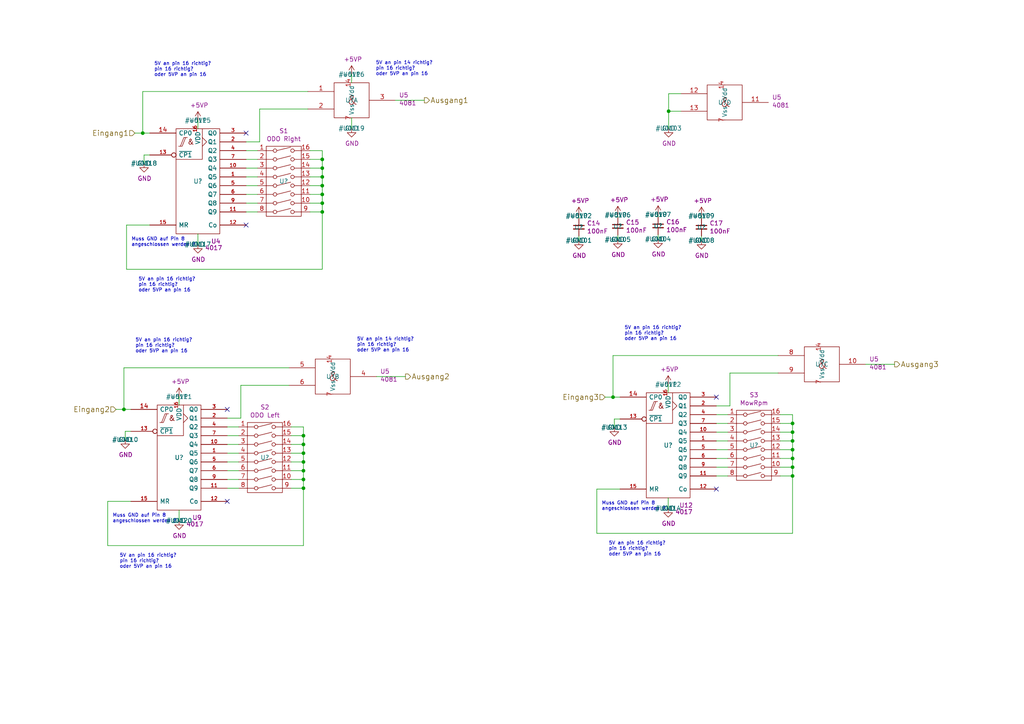
<source format=kicad_sch>
(kicad_sch (version 20200608) (host eeschema "(5.99.0-1946-g60915fbc7)")
  (page 18 33)
  (paper "A4")
  (title_block (date "2017-04-13") (company "ML AG JL UZ"))
  (lib_symbols
    (symbol "ardumower-mega-shield-svn-rescue:+5VP-RESCUE-ardumower_mega_shield_svn" (power) (pin_names (offset 0))
      (property "Wert" "+5VP-RESCUE-ardumower_mega_shield_svn" (at 0 3.556 0))
      (symbol "+5VP-RESCUE-ardumower_mega_shield_svn_0_1"
        (polyline (pts (xy -0.762 1.27) (xy 0 2.54)))
        (polyline (pts (xy 0 0) (xy 0 2.54)))
        (polyline (pts (xy 0 2.54) (xy 0.762 1.27)))
      )
      (symbol "+5VP-RESCUE-ardumower_mega_shield_svn_1_1"
        (pin power_in line (at 0 0 90) (length 0) hide (name "+5VP") (number "1"))
      )
    )
    (symbol "ardumower-mega-shield-svn-rescue:4017-RESCUE-ardumower_mega_shield_svn" (pin_names (offset 0.762))
      (property "Referenz" "U" (at 7.62 16.51 0))
      (property "Wert" "4017-RESCUE-ardumower_mega_shield_svn" (at 10.16 -16.51 0))
      (symbol "4017-RESCUE-ardumower_mega_shield_svn_0_0"
        (text "&" (at -2.032 11.43 0) (effects (font (size 1.524 1.524))))
        (polyline (pts (xy -5.588 10.16) (xy -4.572 10.16) (xy -3.556 12.7) (xy -3.048 12.7) (xy -4.064 12.7) (xy -5.08 10.16) (xy -5.08 10.16)))
        (pin power_in line (at 0 15.24 270) (length 0) (name "VDD") (number "16"))
        (pin power_in line (at 0 -15.24 90) (length 0) hide (name "VSS") (number "8"))
      )
      (symbol "4017-RESCUE-ardumower_mega_shield_svn_0_1"
        (rectangle (start -6.35 15.24) (end 6.35 -15.24))
        (polyline (pts (xy 1.27 12.7) (xy 2.54 11.43) (xy 1.27 10.16) (xy 1.27 10.16)))
        (polyline (pts (xy 1.27 15.24) (xy 1.27 6.35) (xy -6.35 6.35) (xy -6.35 6.35)))
      )
      (symbol "4017-RESCUE-ardumower_mega_shield_svn_1_1"
        (pin output line (at 13.97 1.27 180) (length 7.62) (name "Q5") (number "1"))
        (pin output line (at 13.97 3.81 180) (length 7.62) (name "Q4") (number "10"))
        (pin output line (at 13.97 -8.89 180) (length 7.62) (name "Q9") (number "11"))
        (pin output line (at 13.97 -12.7 180) (length 7.62) (name "Co") (number "12"))
        (pin input inverted (at -13.97 7.62 0) (length 7.62) (name "~CP1") (number "13"))
        (pin input line (at -13.97 13.97 0) (length 7.62) (name "CP0") (number "14"))
        (pin input line (at -13.97 -12.7 0) (length 7.62) (name "MR") (number "15"))
        (pin output line (at 13.97 11.43 180) (length 7.62) (name "Q1") (number "2"))
        (pin output line (at 13.97 13.97 180) (length 7.62) (name "Q0") (number "3"))
        (pin output line (at 13.97 8.89 180) (length 7.62) (name "Q2") (number "4"))
        (pin output line (at 13.97 -1.27 180) (length 7.62) (name "Q6") (number "5"))
        (pin output line (at 13.97 -3.81 180) (length 7.62) (name "Q7") (number "6"))
        (pin output line (at 13.97 6.35 180) (length 7.62) (name "Q3") (number "7"))
        (pin output line (at 13.97 -6.35 180) (length 7.62) (name "Q8") (number "9"))
      )
    )
    (symbol "ardumower-mega-shield-svn-rescue:4081-RESCUE-ardumower_mega_shield_svn" (pin_names (offset 0.762))
      (property "Referenz" "U" (at 2.54 6.35 0))
      (property "Wert" "4081-RESCUE-ardumower_mega_shield_svn" (at 6.35 -6.35 0))
      (symbol "4081-RESCUE-ardumower_mega_shield_svn_0_0"
        (text "&" (at 0.254 0 0) (effects (font (size 2.54 2.54))))
        (rectangle (start -5.08 5.08) (end 5.08 -5.08))
        (pin power_in line (at 0 5.08 270) (length 0) (name "Vdd") (number "14"))
        (pin power_in line (at 0 -5.08 90) (length 0) (name "Vss") (number "7"))
      )
      (symbol "4081-RESCUE-ardumower_mega_shield_svn_1_1"
        (pin input line (at -12.7 2.54 0) (length 7.62) (name "~") (number "1"))
        (pin input line (at -12.7 -2.54 0) (length 7.62) (name "~") (number "2"))
        (pin output line (at 12.7 0 180) (length 7.62) (name "~") (number "3"))
      )
      (symbol "4081-RESCUE-ardumower_mega_shield_svn_2_1"
        (pin output line (at 12.7 0 180) (length 7.62) (name "~") (number "4"))
        (pin input line (at -12.7 2.54 0) (length 7.62) (name "~") (number "5"))
        (pin input line (at -12.7 -2.54 0) (length 7.62) (name "~") (number "6"))
      )
      (symbol "4081-RESCUE-ardumower_mega_shield_svn_3_1"
        (pin output line (at 12.7 0 180) (length 7.62) (name "~") (number "10"))
        (pin input line (at -12.7 2.54 0) (length 7.62) (name "~") (number "8"))
        (pin input line (at -12.7 -2.54 0) (length 7.62) (name "~") (number "9"))
      )
      (symbol "4081-RESCUE-ardumower_mega_shield_svn_4_1"
        (pin output line (at 12.7 0 180) (length 7.62) (name "~") (number "11"))
        (pin input line (at -12.7 2.54 0) (length 7.62) (name "~") (number "12"))
        (pin input line (at -12.7 -2.54 0) (length 7.62) (name "~") (number "13"))
      )
    )
    (symbol "ardumower-mega-shield-svn-rescue:C_Small-RESCUE-ardumower_mega_shield_svn" (pin_numbers hide) (pin_names (offset 0.254) hide)
      (property "Referenz" "C" (at 0.254 1.778 0))
      (property "Wert" "C_Small-RESCUE-ardumower_mega_shield_svn" (at 0.254 -2.032 0))
      (symbol "C_Small-RESCUE-ardumower_mega_shield_svn_0_1"
        (polyline (pts (xy -1.524 -0.508) (xy 1.524 -0.508)) (stroke (width 0.3302)))
        (polyline (pts (xy -1.524 0.508) (xy 1.524 0.508)) (stroke (width 0.3048)))
      )
      (symbol "C_Small-RESCUE-ardumower_mega_shield_svn_1_1"
        (pin passive line (at 0 2.54 270) (length 2.032) (name "~") (number "1"))
        (pin passive line (at 0 -2.54 90) (length 2.032) (name "~") (number "2"))
      )
    )
    (symbol "ardumower-mega-shield-svn-rescue:GND-RESCUE-ardumower_mega_shield_svn" (power) (pin_names (offset 0))
      (property "Wert" "GND-RESCUE-ardumower_mega_shield_svn" (at 0 -3.81 0))
      (symbol "GND-RESCUE-ardumower_mega_shield_svn_0_1"
        (polyline (pts (xy 0 0) (xy 0 -1.27) (xy 1.27 -1.27) (xy 0 -2.54) (xy -1.27 -1.27) (xy 0 -1.27)))
      )
      (symbol "GND-RESCUE-ardumower_mega_shield_svn_1_1"
        (pin power_in line (at 0 0 270) (length 0) hide (name "GND") (number "1"))
      )
    )
    (symbol "ardumower-mega-shield-svn-rescue:SW_DIP_x8-RESCUE-ardumower_mega_shield_svn"
      (property "Referenz" "S" (at 0 -11.43 0))
      (property "Wert" "SW_DIP_x8-RESCUE-ardumower_mega_shield_svn" (at 0 11.43 0))
      (symbol "SW_DIP_x8-RESCUE-ardumower_mega_shield_svn_0_1"
        (circle (center -2.54 -8.89) (radius 0.508))
        (circle (center -2.54 -6.35) (radius 0.508))
        (circle (center -2.54 -3.81) (radius 0.508))
        (circle (center -2.54 -1.27) (radius 0.508))
        (circle (center -2.54 1.27) (radius 0.508))
        (circle (center -2.54 3.81) (radius 0.508))
        (circle (center -2.54 6.35) (radius 0.508))
        (circle (center -2.54 8.89) (radius 0.508))
        (circle (center 2.54 -8.89) (radius 0.508))
        (circle (center 2.54 -6.35) (radius 0.508))
        (circle (center 2.54 -3.81) (radius 0.508))
        (circle (center 2.54 -1.27) (radius 0.508))
        (circle (center 2.54 1.27) (radius 0.508))
        (circle (center 2.54 3.81) (radius 0.508))
        (circle (center 2.54 6.35) (radius 0.508))
        (circle (center 2.54 8.89) (radius 0.508))
        (rectangle (start -5.08 10.16) (end 5.08 -10.16))
        (polyline (pts (xy -3.048 -8.89) (xy -5.08 -8.89)))
        (polyline (pts (xy -3.048 -6.35) (xy -5.08 -6.35)))
        (polyline (pts (xy -3.048 -3.81) (xy -5.08 -3.81)))
        (polyline (pts (xy -3.048 -1.27) (xy -5.08 -1.27)))
        (polyline (pts (xy -3.048 1.27) (xy -5.08 1.27)))
        (polyline (pts (xy -3.048 3.81) (xy -5.08 3.81)))
        (polyline (pts (xy -3.048 6.35) (xy -5.08 6.35)))
        (polyline (pts (xy -3.048 8.89) (xy -5.08 8.89)))
        (polyline (pts (xy -2.032 -8.89) (xy 2.032 -7.874)))
        (polyline (pts (xy -2.032 -6.35) (xy 2.032 -5.334)))
        (polyline (pts (xy -2.032 -3.81) (xy 2.032 -2.794)))
        (polyline (pts (xy -2.032 -1.27) (xy 2.032 -0.254)))
        (polyline (pts (xy -2.032 1.27) (xy 2.032 2.286)))
        (polyline (pts (xy -2.032 3.81) (xy 2.032 4.826)))
        (polyline (pts (xy -2.032 6.35) (xy 2.032 7.366)))
        (polyline (pts (xy -2.032 8.89) (xy 2.032 9.906)))
        (polyline (pts (xy 3.048 -8.89) (xy 5.08 -8.89)))
        (polyline (pts (xy 3.048 -6.35) (xy 5.08 -6.35)))
        (polyline (pts (xy 3.048 -3.81) (xy 5.08 -3.81)))
        (polyline (pts (xy 3.048 -1.27) (xy 5.08 -1.27)))
        (polyline (pts (xy 3.048 1.27) (xy 5.08 1.27)))
        (polyline (pts (xy 3.048 3.81) (xy 5.08 3.81)))
        (polyline (pts (xy 3.048 6.35) (xy 5.08 6.35)))
        (polyline (pts (xy 3.048 8.89) (xy 5.08 8.89)))
      )
      (symbol "SW_DIP_x8-RESCUE-ardumower_mega_shield_svn_1_1"
        (pin passive line (at -7.62 8.89 0) (length 2.54) (name "~") (number "1"))
        (pin passive line (at 7.62 -6.35 180) (length 2.54) (name "~") (number "10"))
        (pin passive line (at 7.62 -3.81 180) (length 2.54) (name "~") (number "11"))
        (pin passive line (at 7.62 -1.27 180) (length 2.54) (name "~") (number "12"))
        (pin passive line (at 7.62 1.27 180) (length 2.54) (name "~") (number "13"))
        (pin passive line (at 7.62 3.81 180) (length 2.54) (name "~") (number "14"))
        (pin passive line (at 7.62 6.35 180) (length 2.54) (name "~") (number "15"))
        (pin passive line (at 7.62 8.89 180) (length 2.54) (name "~") (number "16"))
        (pin passive line (at -7.62 6.35 0) (length 2.54) (name "~") (number "2"))
        (pin passive line (at -7.62 3.81 0) (length 2.54) (name "~") (number "3"))
        (pin passive line (at -7.62 1.27 0) (length 2.54) (name "~") (number "4"))
        (pin passive line (at -7.62 -1.27 0) (length 2.54) (name "~") (number "5"))
        (pin passive line (at -7.62 -3.81 0) (length 2.54) (name "~") (number "6"))
        (pin passive line (at -7.62 -6.35 0) (length 2.54) (name "~") (number "7"))
        (pin passive line (at -7.62 -8.89 0) (length 2.54) (name "~") (number "8"))
        (pin passive line (at 7.62 -8.89 180) (length 2.54) (name "~") (number "9"))
      )
    )
  )
  (junction (at 35.941 118.745))
  (junction (at 41.402 38.608))
  (junction (at 88.011 126.365))
  (junction (at 88.011 128.905))
  (junction (at 88.011 131.445))
  (junction (at 88.011 133.985))
  (junction (at 88.011 136.525))
  (junction (at 88.011 139.065))
  (junction (at 88.011 141.605))
  (junction (at 93.472 46.228))
  (junction (at 93.472 48.768))
  (junction (at 93.472 51.308))
  (junction (at 93.472 53.848))
  (junction (at 93.472 56.388))
  (junction (at 93.472 58.928))
  (junction (at 93.472 61.468))
  (junction (at 177.8 115.189))
  (junction (at 193.929 32.258))
  (junction (at 229.87 122.809))
  (junction (at 229.87 125.349))
  (junction (at 229.87 127.889))
  (junction (at 229.87 130.429))
  (junction (at 229.87 132.969))
  (junction (at 229.87 135.509))
  (junction (at 229.87 138.049))
  (no_connect (at 71.374 65.278))
  (no_connect (at 207.772 141.859))
  (no_connect (at 71.374 38.608))
  (no_connect (at 65.913 145.415))
  (no_connect (at 65.913 118.745))
  (no_connect (at 207.772 115.189))
  (wire (pts (xy 31.242 145.415) (xy 37.973 145.415)))
  (wire (pts (xy 31.242 158.242) (xy 31.242 145.415)))
  (wire (pts (xy 33.655 118.745) (xy 35.941 118.745)))
  (wire (pts (xy 35.941 106.68) (xy 35.941 118.745)))
  (wire (pts (xy 35.941 118.745) (xy 37.973 118.745)))
  (wire (pts (xy 36.322 125.095) (xy 37.973 125.095)))
  (wire (pts (xy 36.322 127.508) (xy 36.322 125.095)))
  (wire (pts (xy 36.703 65.278) (xy 43.434 65.278)))
  (wire (pts (xy 36.703 78.105) (xy 36.703 65.278)))
  (wire (pts (xy 39.116 38.608) (xy 41.402 38.608)))
  (wire (pts (xy 41.402 26.543) (xy 41.402 38.608)))
  (wire (pts (xy 41.402 38.608) (xy 43.434 38.608)))
  (wire (pts (xy 41.783 44.958) (xy 43.434 44.958)))
  (wire (pts (xy 41.783 47.371) (xy 41.783 44.958)))
  (wire (pts (xy 51.943 117.475) (xy 51.943 115.062)))
  (wire (pts (xy 51.943 151.003) (xy 51.943 147.955)))
  (wire (pts (xy 57.404 37.338) (xy 57.404 34.925)))
  (wire (pts (xy 57.404 70.866) (xy 57.404 67.818)))
  (wire (pts (xy 65.913 123.825) (xy 69.215 123.825)))
  (wire (pts (xy 65.913 126.365) (xy 69.215 126.365)))
  (wire (pts (xy 65.913 128.905) (xy 69.215 128.905)))
  (wire (pts (xy 65.913 131.445) (xy 69.215 131.445)))
  (wire (pts (xy 65.913 133.985) (xy 69.215 133.985)))
  (wire (pts (xy 65.913 136.525) (xy 69.215 136.525)))
  (wire (pts (xy 65.913 139.065) (xy 69.215 139.065)))
  (wire (pts (xy 65.913 141.605) (xy 69.215 141.605)))
  (wire (pts (xy 69.85 111.76) (xy 69.85 121.285)))
  (wire (pts (xy 69.85 111.76) (xy 83.82 111.76)))
  (wire (pts (xy 69.85 121.285) (xy 65.913 121.285)))
  (wire (pts (xy 71.374 43.688) (xy 74.676 43.688)))
  (wire (pts (xy 71.374 46.228) (xy 74.676 46.228)))
  (wire (pts (xy 71.374 48.768) (xy 74.676 48.768)))
  (wire (pts (xy 71.374 51.308) (xy 74.676 51.308)))
  (wire (pts (xy 71.374 53.848) (xy 74.676 53.848)))
  (wire (pts (xy 71.374 56.388) (xy 74.676 56.388)))
  (wire (pts (xy 71.374 58.928) (xy 74.676 58.928)))
  (wire (pts (xy 71.374 61.468) (xy 74.676 61.468)))
  (wire (pts (xy 75.311 31.623) (xy 75.311 41.148)))
  (wire (pts (xy 75.311 31.623) (xy 89.281 31.623)))
  (wire (pts (xy 75.311 41.148) (xy 71.374 41.148)))
  (wire (pts (xy 83.82 106.68) (xy 35.941 106.68)))
  (wire (pts (xy 84.455 123.825) (xy 88.011 123.825)))
  (wire (pts (xy 84.455 126.365) (xy 88.011 126.365)))
  (wire (pts (xy 84.455 128.905) (xy 88.011 128.905)))
  (wire (pts (xy 84.455 131.445) (xy 88.011 131.445)))
  (wire (pts (xy 84.455 133.985) (xy 88.011 133.985)))
  (wire (pts (xy 84.455 136.525) (xy 88.011 136.525)))
  (wire (pts (xy 84.455 139.065) (xy 88.011 139.065)))
  (wire (pts (xy 84.455 141.605) (xy 88.011 141.605)))
  (wire (pts (xy 88.011 123.825) (xy 88.011 126.365)))
  (wire (pts (xy 88.011 126.365) (xy 88.011 128.905)))
  (wire (pts (xy 88.011 128.905) (xy 88.011 131.445)))
  (wire (pts (xy 88.011 131.445) (xy 88.011 133.985)))
  (wire (pts (xy 88.011 133.985) (xy 88.011 136.525)))
  (wire (pts (xy 88.011 136.525) (xy 88.011 139.065)))
  (wire (pts (xy 88.011 139.065) (xy 88.011 141.605)))
  (wire (pts (xy 88.011 141.605) (xy 88.011 158.242)))
  (wire (pts (xy 88.011 158.242) (xy 31.242 158.242)))
  (wire (pts (xy 89.281 26.543) (xy 41.402 26.543)))
  (wire (pts (xy 89.916 46.228) (xy 93.472 46.228)))
  (wire (pts (xy 89.916 48.768) (xy 93.472 48.768)))
  (wire (pts (xy 89.916 51.308) (xy 93.472 51.308)))
  (wire (pts (xy 89.916 53.848) (xy 93.472 53.848)))
  (wire (pts (xy 89.916 56.388) (xy 93.472 56.388)))
  (wire (pts (xy 89.916 58.928) (xy 93.472 58.928)))
  (wire (pts (xy 89.916 61.468) (xy 93.472 61.468)))
  (wire (pts (xy 93.472 43.688) (xy 89.916 43.688)))
  (wire (pts (xy 93.472 43.688) (xy 93.472 46.228)))
  (wire (pts (xy 93.472 46.228) (xy 93.472 48.768)))
  (wire (pts (xy 93.472 48.768) (xy 93.472 51.308)))
  (wire (pts (xy 93.472 51.308) (xy 93.472 53.848)))
  (wire (pts (xy 93.472 53.848) (xy 93.472 56.388)))
  (wire (pts (xy 93.472 56.388) (xy 93.472 58.928)))
  (wire (pts (xy 93.472 58.928) (xy 93.472 61.468)))
  (wire (pts (xy 93.472 61.468) (xy 93.472 78.105)))
  (wire (pts (xy 93.472 78.105) (xy 36.703 78.105)))
  (wire (pts (xy 101.981 24.003) (xy 101.981 21.59)))
  (wire (pts (xy 101.981 37.211) (xy 101.981 34.163)))
  (wire (pts (xy 109.22 109.22) (xy 117.602 109.22)))
  (wire (pts (xy 114.681 29.083) (xy 123.063 29.083)))
  (wire (pts (xy 167.894 63.373) (xy 167.894 62.611)))
  (wire (pts (xy 167.894 69.723) (xy 167.894 68.453)))
  (wire (pts (xy 173.101 141.859) (xy 179.832 141.859)))
  (wire (pts (xy 173.101 154.686) (xy 173.101 141.859)))
  (wire (pts (xy 175.514 115.189) (xy 177.8 115.189)))
  (wire (pts (xy 177.8 103.124) (xy 177.8 115.189)))
  (wire (pts (xy 177.8 115.189) (xy 179.832 115.189)))
  (wire (pts (xy 178.181 121.539) (xy 179.832 121.539)))
  (wire (pts (xy 178.181 123.952) (xy 178.181 121.539)))
  (wire (pts (xy 179.197 63.119) (xy 179.197 62.357)))
  (wire (pts (xy 179.197 69.469) (xy 179.197 68.199)))
  (wire (pts (xy 190.881 62.992) (xy 190.881 62.23)))
  (wire (pts (xy 190.881 69.342) (xy 190.881 68.072)))
  (wire (pts (xy 193.802 113.919) (xy 193.802 111.506)))
  (wire (pts (xy 193.802 147.447) (xy 193.802 144.399)))
  (wire (pts (xy 193.929 27.178) (xy 193.929 32.258)))
  (wire (pts (xy 193.929 27.178) (xy 197.485 27.178)))
  (wire (pts (xy 193.929 32.258) (xy 193.929 37.211)))
  (wire (pts (xy 197.485 32.258) (xy 193.929 32.258)))
  (wire (pts (xy 203.454 63.373) (xy 203.454 62.611)))
  (wire (pts (xy 203.454 69.723) (xy 203.454 68.453)))
  (wire (pts (xy 207.772 120.269) (xy 211.074 120.269)))
  (wire (pts (xy 207.772 122.809) (xy 211.074 122.809)))
  (wire (pts (xy 207.772 125.349) (xy 211.074 125.349)))
  (wire (pts (xy 207.772 127.889) (xy 211.074 127.889)))
  (wire (pts (xy 207.772 130.429) (xy 211.074 130.429)))
  (wire (pts (xy 207.772 132.969) (xy 211.074 132.969)))
  (wire (pts (xy 207.772 135.509) (xy 211.074 135.509)))
  (wire (pts (xy 207.772 138.049) (xy 211.074 138.049)))
  (wire (pts (xy 211.709 108.204) (xy 211.709 117.729)))
  (wire (pts (xy 211.709 108.204) (xy 225.679 108.204)))
  (wire (pts (xy 211.709 117.729) (xy 207.772 117.729)))
  (wire (pts (xy 225.679 103.124) (xy 177.8 103.124)))
  (wire (pts (xy 226.314 120.269) (xy 229.87 120.269)))
  (wire (pts (xy 226.314 122.809) (xy 229.87 122.809)))
  (wire (pts (xy 226.314 125.349) (xy 229.87 125.349)))
  (wire (pts (xy 226.314 127.889) (xy 229.87 127.889)))
  (wire (pts (xy 226.314 130.429) (xy 229.87 130.429)))
  (wire (pts (xy 226.314 132.969) (xy 229.87 132.969)))
  (wire (pts (xy 226.314 135.509) (xy 229.87 135.509)))
  (wire (pts (xy 226.314 138.049) (xy 229.87 138.049)))
  (wire (pts (xy 229.87 120.269) (xy 229.87 122.809)))
  (wire (pts (xy 229.87 122.809) (xy 229.87 125.349)))
  (wire (pts (xy 229.87 125.349) (xy 229.87 127.889)))
  (wire (pts (xy 229.87 127.889) (xy 229.87 130.429)))
  (wire (pts (xy 229.87 130.429) (xy 229.87 132.969)))
  (wire (pts (xy 229.87 132.969) (xy 229.87 135.509)))
  (wire (pts (xy 229.87 135.509) (xy 229.87 138.049)))
  (wire (pts (xy 229.87 138.049) (xy 229.87 154.686)))
  (wire (pts (xy 229.87 154.686) (xy 173.101 154.686)))
  (wire (pts (xy 251.079 105.664) (xy 259.461 105.664)))
  (image (at -114.935 43.815) (scale 2))
  (text "achte auf die gehäuse formen bei dem teiler\ndie gibt es in zwei ausführungen\n am besten schaust du bei schukat \nwas die haben das bekommen wir dann überall \nwww.schukat.de" (at -116.332 -19.685 0) (effects (font (size 5.0038 5.0038)) (justify left bottom)))
  (text "Muss GND auf Pin 8 \nangeschlossen werden ?" (at 32.639 151.765 0) (effects (font (size 0.9906 0.9906)) (justify left bottom)))
  (text "5V an pin 16 richtig?\npin 16 richtig?\noder 5VP an pin 16" (at 34.671 164.973 0) (effects (font (size 0.9906 0.9906)) (justify left bottom)))
  (text "Muss GND auf Pin 8 \nangeschlossen werden ?" (at 38.1 71.628 0) (effects (font (size 0.9906 0.9906)) (justify left bottom)))
  (text "5V an pin 16 richtig?\npin 16 richtig?\noder 5VP an pin 16" (at 39.243 102.489 0) (effects (font (size 0.9906 0.9906)) (justify left bottom)))
  (text "5V an pin 16 richtig?\npin 16 richtig?\noder 5VP an pin 16" (at 40.132 84.836 0) (effects (font (size 0.9906 0.9906)) (justify left bottom)))
  (text "5V an pin 16 richtig?\npin 16 richtig?\noder 5VP an pin 16" (at 44.704 22.352 0) (effects (font (size 0.9906 0.9906)) (justify left bottom)))
  (text "5V an pin 14 richtig?\npin 16 richtig?\noder 5VP an pin 16" (at 103.505 102.235 0) (effects (font (size 0.9906 0.9906)) (justify left bottom)))
  (text "5V an pin 14 richtig?\npin 16 richtig?\noder 5VP an pin 16" (at 108.966 22.098 0) (effects (font (size 0.9906 0.9906)) (justify left bottom)))
  (text "Muss GND auf Pin 8 \nangeschlossen werden ?" (at 174.498 148.209 0) (effects (font (size 0.9906 0.9906)) (justify left bottom)))
  (text "5V an pin 16 richtig?\npin 16 richtig?\noder 5VP an pin 16" (at 176.53 161.417 0) (effects (font (size 0.9906 0.9906)) (justify left bottom)))
  (text "5V an pin 16 richtig?\npin 16 richtig?\noder 5VP an pin 16" (at 181.102 98.933 0) (effects (font (size 0.9906 0.9906)) (justify left bottom)))
  (text "[22:56:35 | Bearbeitet 22:58:38] Jürgen Lange: @uwe hier der teiler kann noch verfeinert werden und du brauchst die mimik 2x also den 4017 x2 und ein und gatter vom 4081 zusätzlich damit sind dann noch zwei übrig die arbeiten dann als or durch die negative logik timing-probleme werden so vermieden und die signale sin im sync \n[22:59:19] Kurzschuss - Uwe: sekunde diese Schaltung also mal 4\n[23:00:01] Kurzschuss - Uwe: wir haben ja 4 Odemetrie Pins\n[23:00:34] Jürgen Lange: natürlich wie immer die 100nF block nicht vergessen und beachten hinten hast du 5v pegel da muss man also noch was machen............................. ne die schaltung eigentlich nur 2x oder 3 mal wenn du den mäh-motor auch so machen möchtest\n[23:01:44 | Bearbeitet 23:05:06] Jürgen Lange: wir brauchen nur einen pro motor oneway die richtung kann uns wurst sein und vergesse die pullup nicht am eingang die werden trotzdem gebraucht\n[23:01:52 | Bearbeitet 23:02:17] Kurzschuss - Uwe: Also werten wir bei der Odemetrie nicht mehr two way aus sondern nur noch One way?\n[23:02:43] Kurzschuss - Uwe: wir haben ja bei unseren Motoren vor und Rückwärsts\n[23:03:20] Jürgen Lange: das ist ein dekadenzähler schau dir das datenblatt an dann kommst du sicher drauf\n[23:03:47] Kurzschuss - Uwe: okay\n[23:04:16] Jürgen Lange: die richtung kommt von der software wozu sollen wir das auswerten alexander weiß doch wo er hinfährt sind nur unnötige ints\n[23:05:40] Kurzschuss - Uwe: Dann hätten wir wider 2Pins mehr frei :)\n[23:08:58] Kurzschuss - Uwe: braucht der 4017 keine ´5V" (at 319.913 79.375 0) (effects (font (size 1.524 1.524)) (justify left bottom)))
  (hierarchical_label "Eingang2" (shape input) (at 33.655 118.745 180) (effects (font (size 1.524 1.524))))
  (hierarchical_label "Eingang1" (shape input) (at 39.116 38.608 180) (effects (font (size 1.524 1.524))))
  (hierarchical_label "Ausgang2" (shape output) (at 117.602 109.22 0) (effects (font (size 1.524 1.524))))
  (hierarchical_label "Ausgang1" (shape output) (at 123.063 29.083 0) (effects (font (size 1.524 1.524))))
  (hierarchical_label "Eingang3" (shape input) (at 175.514 115.189 180) (effects (font (size 1.524 1.524))))
  (hierarchical_label "Ausgang3" (shape output) (at 259.461 105.664 0) (effects (font (size 1.524 1.524))))
  (symbol (lib_id "ardumower-mega-shield-svn-rescue:+5VP-RESCUE-ardumower_mega_shield_svn") (at 51.943 115.062 0) (unit 1)
    (property "Referenz" "#PWR0148" (effects hide))
    (property "Wert" "+5VP" (at 52.324 110.6678 0))
  )
  (symbol (lib_id "ardumower-mega-shield-svn-rescue:+5VP-RESCUE-ardumower_mega_shield_svn") (at 57.404 34.925 0) (unit 1)
    (property "Referenz" "#PWR0147" (effects hide))
    (property "Wert" "+5VP" (at 57.785 30.5308 0))
  )
  (symbol (lib_id "ardumower-mega-shield-svn-rescue:+5VP-RESCUE-ardumower_mega_shield_svn") (at 101.981 21.59 0) (unit 1)
    (property "Referenz" "#PWR0146" (effects hide))
    (property "Wert" "+5VP" (at 102.362 17.1958 0))
  )
  (symbol (lib_id "ardumower-mega-shield-svn-rescue:+5VP-RESCUE-ardumower_mega_shield_svn") (at 167.894 62.611 0) (unit 1)
    (property "Referenz" "#PWR0154" (effects hide))
    (property "Wert" "+5VP" (at 168.275 58.2168 0))
  )
  (symbol (lib_id "ardumower-mega-shield-svn-rescue:+5VP-RESCUE-ardumower_mega_shield_svn") (at 179.197 62.357 0) (unit 1)
    (property "Referenz" "#PWR0150" (effects hide))
    (property "Wert" "+5VP" (at 179.578 57.9628 0))
  )
  (symbol (lib_id "ardumower-mega-shield-svn-rescue:+5VP-RESCUE-ardumower_mega_shield_svn") (at 190.881 62.23 0) (unit 1)
    (property "Referenz" "#PWR0152" (effects hide))
    (property "Wert" "+5VP" (at 191.262 57.8358 0))
  )
  (symbol (lib_id "ardumower-mega-shield-svn-rescue:+5VP-RESCUE-ardumower_mega_shield_svn") (at 193.802 111.506 0) (unit 1)
    (property "Referenz" "#PWR0149" (effects hide))
    (property "Wert" "+5VP" (at 194.183 107.1118 0))
  )
  (symbol (lib_id "ardumower-mega-shield-svn-rescue:+5VP-RESCUE-ardumower_mega_shield_svn") (at 203.454 62.611 0) (unit 1)
    (property "Referenz" "#PWR0156" (effects hide))
    (property "Wert" "+5VP" (at 203.835 58.2168 0))
  )
  (symbol (lib_id "ardumower-mega-shield-svn-rescue:GND-RESCUE-ardumower_mega_shield_svn") (at 36.322 127.508 0) (unit 1)
    (property "Referenz" "#PWR0142" (effects hide))
    (property "Wert" "GND" (at 36.449 131.9022 0))
  )
  (symbol (lib_id "ardumower-mega-shield-svn-rescue:GND-RESCUE-ardumower_mega_shield_svn") (at 41.783 47.371 0) (unit 1)
    (property "Referenz" "#PWR0138" (effects hide))
    (property "Wert" "GND" (at 41.91 51.7652 0))
  )
  (symbol (lib_id "ardumower-mega-shield-svn-rescue:GND-RESCUE-ardumower_mega_shield_svn") (at 51.943 151.003 0) (unit 1)
    (property "Referenz" "#PWR0143" (effects hide))
    (property "Wert" "GND" (at 52.07 155.3972 0))
  )
  (symbol (lib_id "ardumower-mega-shield-svn-rescue:GND-RESCUE-ardumower_mega_shield_svn") (at 57.404 70.866 0) (unit 1)
    (property "Referenz" "#PWR0139" (effects hide))
    (property "Wert" "GND" (at 57.531 75.2602 0))
  )
  (symbol (lib_id "ardumower-mega-shield-svn-rescue:GND-RESCUE-ardumower_mega_shield_svn") (at 101.981 37.211 0) (unit 1)
    (property "Referenz" "#PWR0141" (effects hide))
    (property "Wert" "GND" (at 102.108 41.6052 0))
  )
  (symbol (lib_id "ardumower-mega-shield-svn-rescue:GND-RESCUE-ardumower_mega_shield_svn") (at 167.894 69.723 0) (unit 1)
    (property "Referenz" "#PWR0155" (effects hide))
    (property "Wert" "GND" (at 168.021 74.1172 0))
  )
  (symbol (lib_id "ardumower-mega-shield-svn-rescue:GND-RESCUE-ardumower_mega_shield_svn") (at 178.181 123.952 0) (unit 1)
    (property "Referenz" "#PWR0144" (effects hide))
    (property "Wert" "GND" (at 178.308 128.3462 0))
  )
  (symbol (lib_id "ardumower-mega-shield-svn-rescue:GND-RESCUE-ardumower_mega_shield_svn") (at 179.197 69.469 0) (unit 1)
    (property "Referenz" "#PWR0151" (effects hide))
    (property "Wert" "GND" (at 179.324 73.8632 0))
  )
  (symbol (lib_id "ardumower-mega-shield-svn-rescue:GND-RESCUE-ardumower_mega_shield_svn") (at 190.881 69.342 0) (unit 1)
    (property "Referenz" "#PWR0153" (effects hide))
    (property "Wert" "GND" (at 191.008 73.7362 0))
  )
  (symbol (lib_id "ardumower-mega-shield-svn-rescue:GND-RESCUE-ardumower_mega_shield_svn") (at 193.802 147.447 0) (unit 1)
    (property "Referenz" "#PWR0145" (effects hide))
    (property "Wert" "GND" (at 193.929 151.8412 0))
  )
  (symbol (lib_id "ardumower-mega-shield-svn-rescue:GND-RESCUE-ardumower_mega_shield_svn") (at 193.929 37.211 0) (unit 1)
    (property "Referenz" "#PWR0140" (effects hide))
    (property "Wert" "GND" (at 194.056 41.6052 0))
  )
  (symbol (lib_id "ardumower-mega-shield-svn-rescue:GND-RESCUE-ardumower_mega_shield_svn") (at 203.454 69.723 0) (unit 1)
    (property "Referenz" "#PWR0157" (effects hide))
    (property "Wert" "GND" (at 203.581 74.1172 0))
  )
  (symbol (lib_id "ardumower-mega-shield-svn-rescue:C_Small-RESCUE-ardumower_mega_shield_svn") (at 167.894 65.913 0) (unit 1)
    (property "Referenz" "C14" (at 170.2308 64.7446 0) (effects (justify left)))
    (property "Wert" "100nF" (at 170.2308 67.056 0) (effects (justify left)))
    (property "Footprint" "Capacitors_SMD:C_0805" (effects hide))
    (property "Gehäuseart" "Value" (effects hide))
    (property "Bestelllink" "Value" (effects hide))
    (property "Technische Daten" "Value" (effects hide))
    (property "Bestellnummer" "Value" (effects hide))
    (property "Bauform" "Value" (effects hide))
  )
  (symbol (lib_id "ardumower-mega-shield-svn-rescue:C_Small-RESCUE-ardumower_mega_shield_svn") (at 179.197 65.659 0) (unit 1)
    (property "Referenz" "C15" (at 181.5338 64.4906 0) (effects (justify left)))
    (property "Wert" "100nF" (at 181.5338 66.802 0) (effects (justify left)))
    (property "Footprint" "Capacitors_SMD:C_0805" (effects hide))
    (property "Gehäuseart" "Value" (effects hide))
    (property "Bestelllink" "Value" (effects hide))
    (property "Technische Daten" "Value" (effects hide))
    (property "Bestellnummer" "Value" (effects hide))
    (property "Bauform" "Value" (effects hide))
  )
  (symbol (lib_id "ardumower-mega-shield-svn-rescue:C_Small-RESCUE-ardumower_mega_shield_svn") (at 190.881 65.532 0) (unit 1)
    (property "Referenz" "C16" (at 193.2178 64.3636 0) (effects (justify left)))
    (property "Wert" "100nF" (at 193.2178 66.675 0) (effects (justify left)))
    (property "Footprint" "Capacitors_SMD:C_0805" (effects hide))
    (property "Gehäuseart" "Value" (effects hide))
    (property "Bestelllink" "Value" (effects hide))
    (property "Technische Daten" "Value" (effects hide))
    (property "Bestellnummer" "Value" (effects hide))
    (property "Bauform" "Value" (effects hide))
  )
  (symbol (lib_id "ardumower-mega-shield-svn-rescue:C_Small-RESCUE-ardumower_mega_shield_svn") (at 203.454 65.913 0) (unit 1)
    (property "Referenz" "C17" (at 205.7908 64.7446 0) (effects (justify left)))
    (property "Wert" "100nF" (at 205.7908 67.056 0) (effects (justify left)))
    (property "Footprint" "Capacitors_SMD:C_0805" (effects hide))
    (property "Gehäuseart" "Value" (effects hide))
    (property "Bestelllink" "Value" (effects hide))
    (property "Technische Daten" "Value" (effects hide))
    (property "Bestellnummer" "Value" (effects hide))
    (property "Bauform" "Value" (effects hide))
  )
  (symbol (lib_id "ardumower-mega-shield-svn-rescue:4081-RESCUE-ardumower_mega_shield_svn") (at 96.52 109.22 0) (unit 2)
    (property "Referenz" "U5" (at 110.2614 107.7214 0) (effects (justify left)))
    (property "Wert" "4081" (at 110.2614 110.0328 0) (effects (justify left)))
    (property "Footprint" "40xx:40xx-SO14" (effects hide))
    (property "Gehäuseart" "Value" (effects hide))
    (property "Bestelllink" "https://www.reichelt.de/ICs-C-MOS-SMD/SMD-4081/3/index.html?ACTION=3&LA=446&ARTICLE=18495&GROUPID=2925&artnr=SMD+4081&SEARCH=4081" (effects hide))
    (property "Technische Daten" "Value" (effects hide))
    (property "Bestellnummer" "Value" (effects hide))
    (property "Bauform" "Value" (effects hide))
    (property "Funktion" "Value" (effects hide))
    (property "Hersteller" "Value" (effects hide))
    (property "Hersteller Bestellnummer" "Value" (effects hide))
  )
  (symbol (lib_id "ardumower-mega-shield-svn-rescue:4081-RESCUE-ardumower_mega_shield_svn") (at 101.981 29.083 0) (unit 1)
    (property "Referenz" "U5" (at 115.7224 27.5844 0) (effects (justify left)))
    (property "Wert" "4081" (at 115.7224 29.8958 0) (effects (justify left)))
    (property "Footprint" "40xx:40xx-SO14" (effects hide))
    (property "Gehäuseart" "Value" (effects hide))
    (property "Bestelllink" "Value" (effects hide))
    (property "Technische Daten" "Value" (effects hide))
    (property "Bestellnummer" "Value" (effects hide))
    (property "Bauform" "Value" (effects hide))
  )
  (symbol (lib_id "ardumower-mega-shield-svn-rescue:4081-RESCUE-ardumower_mega_shield_svn") (at 210.185 29.718 0) (unit 4)
    (property "Referenz" "U5" (at 223.9264 28.2194 0) (effects (justify left)))
    (property "Wert" "4081" (at 223.9264 30.5308 0) (effects (justify left)))
    (property "Footprint" "40xx:40xx-SO14" (effects hide))
    (property "Gehäuseart" "Value" (effects hide))
    (property "Bestelllink" "Value" (effects hide))
    (property "Technische Daten" "Value" (effects hide))
    (property "Bestellnummer" "Value" (effects hide))
    (property "Bauform" "Value" (effects hide))
  )
  (symbol (lib_id "ardumower-mega-shield-svn-rescue:4081-RESCUE-ardumower_mega_shield_svn") (at 238.379 105.664 0) (unit 3)
    (property "Referenz" "U5" (at 252.1204 104.1654 0) (effects (justify left)))
    (property "Wert" "4081" (at 252.1204 106.4768 0) (effects (justify left)))
    (property "Footprint" "40xx:40xx-SO14" (effects hide))
    (property "Gehäuseart" "Value" (effects hide))
    (property "Bestelllink" "Value" (effects hide))
    (property "Technische Daten" "Value" (effects hide))
    (property "Bestellnummer" "Value" (effects hide))
    (property "Bauform" "Value" (effects hide))
  )
  (symbol (lib_id "ardumower-mega-shield-svn-rescue:SW_DIP_x8-RESCUE-ardumower_mega_shield_svn") (at 76.835 132.715 0) (unit 1)
    (property "Referenz" "S2" (at 76.835 118.11 0))
    (property "Wert" "ODO Left" (at 76.835 120.4214 0))
    (property "Footprint" "Zimprich:SW_DIP_x8_SMD" (effects hide))
  )
  (symbol (lib_id "ardumower-mega-shield-svn-rescue:SW_DIP_x8-RESCUE-ardumower_mega_shield_svn") (at 82.296 52.578 0) (unit 1)
    (property "Referenz" "S1" (at 82.296 37.973 0))
    (property "Wert" "ODO Right" (at 82.296 40.2844 0))
    (property "Footprint" "Zimprich:SW_DIP_x8_SMD" (effects hide))
  )
  (symbol (lib_id "ardumower-mega-shield-svn-rescue:SW_DIP_x8-RESCUE-ardumower_mega_shield_svn") (at 218.694 129.159 0) (unit 1)
    (property "Referenz" "S3" (at 218.694 114.554 0))
    (property "Wert" "MowRpm" (at 218.694 116.8654 0))
    (property "Footprint" "Zimprich:SW_DIP_x8_SMD" (effects hide))
  )
  (symbol (lib_id "ardumower-mega-shield-svn-rescue:4017-RESCUE-ardumower_mega_shield_svn") (at 51.943 132.715 0) (unit 1)
    (property "Referenz" "U9" (at 57.15 150.114 0))
    (property "Wert" "4017" (at 56.515 152.019 0))
    (property "Footprint" "40xx:40xx-SO16" (effects hide))
  )
  (symbol (lib_id "ardumower-mega-shield-svn-rescue:4017-RESCUE-ardumower_mega_shield_svn") (at 57.404 52.578 0) (unit 1)
    (property "Referenz" "U4" (at 62.611 69.977 0))
    (property "Wert" "4017" (at 61.976 71.882 0))
    (property "Footprint" "40xx:40xx-SO16" (effects hide))
    (property "Gehäuseart" "Value" (effects hide))
    (property "Bestelllink" "https://www.reichelt.de/ICs-C-MOS-SMD/SMD-4017/3/index.html?ACTION=3&LA=446&ARTICLE=18434&GROUPID=2925&artnr=SMD+4017&SEARCH=4017" (effects hide))
    (property "Technische Daten" "Value" (effects hide))
    (property "Bestellnummer" "Value" (effects hide))
    (property "Bauform" "Value" (effects hide))
    (property "Funktion" "Value" (effects hide))
    (property "Hersteller" "Value" (effects hide))
    (property "Hersteller Bestellnummer" "Value" (effects hide))
  )
  (symbol (lib_id "ardumower-mega-shield-svn-rescue:4017-RESCUE-ardumower_mega_shield_svn") (at 193.802 129.159 0) (unit 1)
    (property "Referenz" "U12" (at 199.009 146.558 0))
    (property "Wert" "4017" (at 198.374 148.463 0))
    (property "Footprint" "40xx:40xx-SO16" (effects hide))
  )
)
</source>
